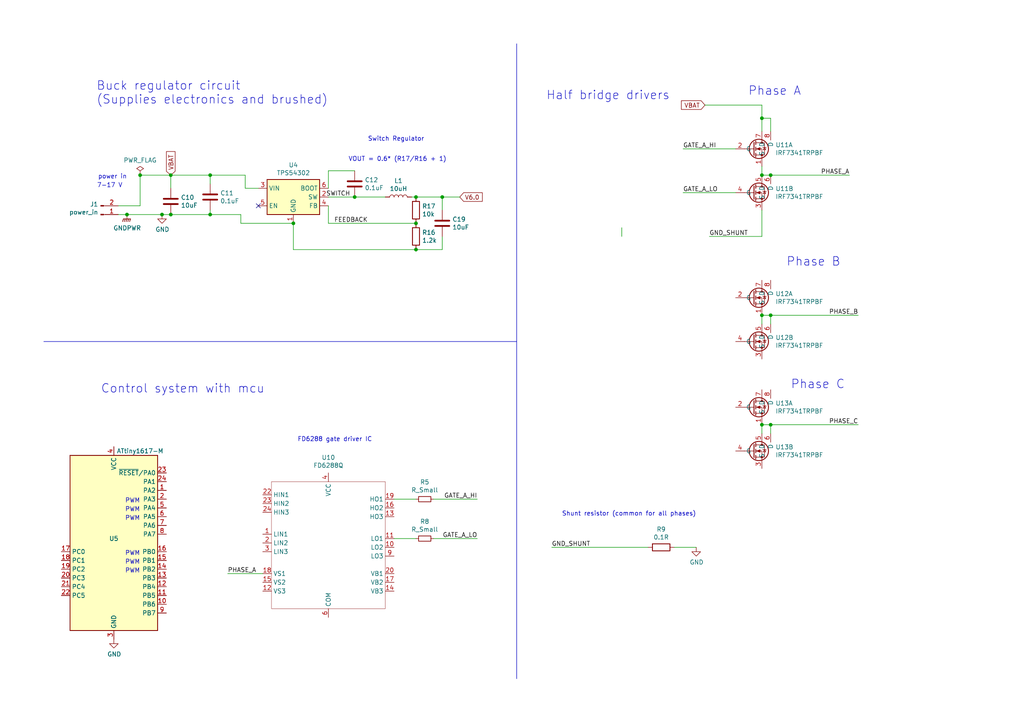
<source format=kicad_sch>
(kicad_sch (version 20200714) (host eeschema "5.99.0-unknown-9f20c61~102~ubuntu18.04.1")
  (page 2 2)
  (paper "A4")
  (title_block (title "Brushless Drivers") (date "2020-08-01") (company "Mark Robson"))
  (lib_symbols
    (symbol "Connector:Conn_01x02_Male" (pin_names hide)
      (property "Reference" "J" (at 0 2.54 0))
      (property "Value" "Conn_01x02_Male" (at 0 -5.08 0))
      (symbol "Conn_01x02_Male_1_1"
        (rectangle (start 0.8636 -2.413) (end 0 -2.667) (fill (type outline)))
        (rectangle (start 0.8636 0.127) (end 0 -0.127) (fill (type outline)))
        (polyline (pts (xy 1.27 -2.54) (xy 0.8636 -2.54)))
        (polyline (pts (xy 1.27 0) (xy 0.8636 0)))
        (pin passive line (at 5.08 0 180) (length 3.81) (name "Pin_1") (number "1"))
        (pin passive line (at 5.08 -2.54 180) (length 3.81) (name "Pin_2") (number "2"))
      )
    )
    (symbol "Device:C" (pin_numbers hide) (pin_names (offset 0.254))
      (property "Reference" "C" (at 0.635 2.54 0))
      (property "Value" "C" (at 0.635 -2.54 0))
      (symbol "C_0_1"
        (polyline (pts (xy -2.032 -0.762) (xy 2.032 -0.762)) (stroke (width 0.508)))
        (polyline (pts (xy -2.032 0.762) (xy 2.032 0.762)) (stroke (width 0.508)))
      )
      (symbol "C_1_1"
        (pin passive line (at 0 3.81 270) (length 2.794) (name "~") (number "1"))
        (pin passive line (at 0 -3.81 90) (length 2.794) (name "~") (number "2"))
      )
    )
    (symbol "Device:C_1" (pin_numbers hide) (pin_names (offset 0.254))
      (property "Reference" "C" (at 0.635 2.54 0))
      (property "Value" "C" (at 0.635 -2.54 0))
      (symbol "C_1_0_1"
        (polyline (pts (xy -2.032 -0.762) (xy 2.032 -0.762)) (stroke (width 0.508)))
        (polyline (pts (xy -2.032 0.762) (xy 2.032 0.762)) (stroke (width 0.508)))
      )
      (symbol "C_1_1_1"
        (pin passive line (at 0 3.81 270) (length 2.794) (name "~") (number "1"))
        (pin passive line (at 0 -3.81 90) (length 2.794) (name "~") (number "2"))
      )
    )
    (symbol "Device:C_2" (pin_numbers hide) (pin_names (offset 0.254))
      (property "Reference" "C" (at 0.635 2.54 0))
      (property "Value" "C" (at 0.635 -2.54 0))
      (symbol "C_2_0_1"
        (polyline (pts (xy -2.032 -0.762) (xy 2.032 -0.762)) (stroke (width 0.508)))
        (polyline (pts (xy -2.032 0.762) (xy 2.032 0.762)) (stroke (width 0.508)))
      )
      (symbol "C_2_1_1"
        (pin passive line (at 0 3.81 270) (length 2.794) (name "~") (number "1"))
        (pin passive line (at 0 -3.81 90) (length 2.794) (name "~") (number "2"))
      )
    )
    (symbol "Device:L" (pin_numbers hide) (pin_names hide)
      (property "Reference" "L" (at -1.27 0 90))
      (property "Value" "L" (at 1.905 0 90))
      (symbol "L_0_1"
        (arc (start 0 -2.54) (end 0 -1.27) (radius (at 0 -1.905) (length 0.635) (angles -89.9 89.9)))
        (arc (start 0 -1.27) (end 0 0) (radius (at 0 -0.635) (length 0.635) (angles -89.9 89.9)))
        (arc (start 0 0) (end 0 1.27) (radius (at 0 0.635) (length 0.635) (angles -89.9 89.9)))
        (arc (start 0 1.27) (end 0 2.54) (radius (at 0 1.905) (length 0.635) (angles -89.9 89.9)))
      )
      (symbol "L_1_1"
        (pin passive line (at 0 3.81 270) (length 1.27) (name "1") (number "1"))
        (pin passive line (at 0 -3.81 90) (length 1.27) (name "2") (number "2"))
      )
    )
    (symbol "Device:R" (pin_numbers hide) (pin_names (offset 0))
      (property "Reference" "R" (at 2.032 0 90))
      (property "Value" "R" (at 0 0 90))
      (symbol "R_0_1"
        (rectangle (start -1.016 -2.54) (end 1.016 2.54) (stroke (width 0.254)))
      )
      (symbol "R_1_1"
        (pin passive line (at 0 3.81 270) (length 1.27) (name "~") (number "1"))
        (pin passive line (at 0 -3.81 90) (length 1.27) (name "~") (number "2"))
      )
    )
    (symbol "Device:R_7" (pin_numbers hide) (pin_names (offset 0))
      (property "Reference" "R" (at 2.032 0 90))
      (property "Value" "R" (at 0 0 90))
      (symbol "R_7_0_1"
        (rectangle (start -1.016 -2.54) (end 1.016 2.54) (stroke (width 0.254)))
      )
      (symbol "R_7_1_1"
        (pin passive line (at 0 3.81 270) (length 1.27) (name "~") (number "1"))
        (pin passive line (at 0 -3.81 90) (length 1.27) (name "~") (number "2"))
      )
    )
    (symbol "Device:R_8" (pin_numbers hide) (pin_names (offset 0))
      (property "Reference" "R" (at 2.032 0 90))
      (property "Value" "R" (at 0 0 90))
      (symbol "R_8_0_1"
        (rectangle (start -1.016 -2.54) (end 1.016 2.54) (stroke (width 0.254)))
      )
      (symbol "R_8_1_1"
        (pin passive line (at 0 3.81 270) (length 1.27) (name "~") (number "1"))
        (pin passive line (at 0 -3.81 90) (length 1.27) (name "~") (number "2"))
      )
    )
    (symbol "Device:R_Small" (pin_numbers hide) (pin_names (offset 0.254) hide)
      (property "Reference" "R" (at 0.762 0.508 0))
      (property "Value" "R_Small" (at 0.762 -1.016 0))
      (symbol "R_Small_0_1"
        (rectangle (start -0.762 1.778) (end 0.762 -1.778) (stroke (width 0.2032)))
      )
      (symbol "R_Small_1_1"
        (pin passive line (at 0 2.54 270) (length 0.762) (name "~") (number "1"))
        (pin passive line (at 0 -2.54 90) (length 0.762) (name "~") (number "2"))
      )
    )
    (symbol "MCU_Microchip_ATtiny:ATtiny1617-M" (pin_names (offset 0.508))
      (property "Reference" "U" (at -12.7 26.67 0))
      (property "Value" "ATtiny1617-M" (at 2.54 -26.67 0))
      (symbol "ATtiny1617-M_0_1"
        (rectangle (start -12.7 -25.4) (end 12.7 25.4) (stroke (width 0.254)) (fill (type background)))
      )
      (symbol "ATtiny1617-M_1_1"
        (pin bidirectional line (at 15.24 15.24 180) (length 2.54) (name "PA2") (number "1"))
        (pin bidirectional line (at 15.24 -17.78 180) (length 2.54) (name "PB6") (number "10"))
        (pin bidirectional line (at 15.24 -15.24 180) (length 2.54) (name "PB5") (number "11"))
        (pin bidirectional line (at 15.24 -12.7 180) (length 2.54) (name "PB4") (number "12"))
        (pin bidirectional line (at 15.24 -10.16 180) (length 2.54) (name "PB3") (number "13"))
        (pin bidirectional line (at 15.24 -7.62 180) (length 2.54) (name "PB2") (number "14"))
        (pin bidirectional line (at 15.24 -5.08 180) (length 2.54) (name "PB1") (number "15"))
        (pin bidirectional line (at 15.24 -2.54 180) (length 2.54) (name "PB0") (number "16"))
        (pin bidirectional line (at -15.24 -2.54 0) (length 2.54) (name "PC0") (number "17"))
        (pin bidirectional line (at -15.24 -5.08 0) (length 2.54) (name "PC1") (number "18"))
        (pin bidirectional line (at -15.24 -7.62 0) (length 2.54) (name "PC2") (number "19"))
        (pin bidirectional line (at 15.24 12.7 180) (length 2.54) (name "PA3") (number "2"))
        (pin bidirectional line (at -15.24 -10.16 0) (length 2.54) (name "PC3") (number "20"))
        (pin bidirectional line (at -15.24 -12.7 0) (length 2.54) (name "PC4") (number "21"))
        (pin bidirectional line (at -15.24 -15.24 0) (length 2.54) (name "PC5") (number "22"))
        (pin bidirectional line (at 15.24 20.32 180) (length 2.54) (name "~RESET~/PA0") (number "23"))
        (pin bidirectional line (at 15.24 17.78 180) (length 2.54) (name "PA1") (number "24"))
        (pin passive line (at 0 -27.94 90) (length 2.54) hide (name "GND") (number "25"))
        (pin power_in line (at 0 -27.94 90) (length 2.54) (name "GND") (number "3"))
        (pin power_in line (at 0 27.94 270) (length 2.54) (name "VCC") (number "4"))
        (pin bidirectional line (at 15.24 10.16 180) (length 2.54) (name "PA4") (number "5"))
        (pin bidirectional line (at 15.24 7.62 180) (length 2.54) (name "PA5") (number "6"))
        (pin bidirectional line (at 15.24 5.08 180) (length 2.54) (name "PA6") (number "7"))
        (pin bidirectional line (at 15.24 2.54 180) (length 2.54) (name "PA7") (number "8"))
        (pin bidirectional line (at 15.24 -20.32 180) (length 2.54) (name "PB7") (number "9"))
      )
    )
    (symbol "Regulator_Switching:TPS54302" (pin_names (offset 0.508))
      (property "Reference" "U" (at -7.62 6.35 0))
      (property "Value" "TPS54302" (at 0 6.35 0))
      (symbol "TPS54302_0_1"
        (rectangle (start -7.62 5.08) (end 7.62 -5.08) (stroke (width 0.254)) (fill (type background)))
      )
      (symbol "TPS54302_1_1"
        (pin power_in line (at 0 -7.62 90) (length 2.54) (name "GND") (number "1"))
        (pin power_out line (at 10.16 0 180) (length 2.54) (name "SW") (number "2"))
        (pin power_in line (at -10.16 2.54 0) (length 2.54) (name "VIN") (number "3"))
        (pin input line (at 10.16 -2.54 180) (length 2.54) (name "FB") (number "4"))
        (pin input line (at -10.16 -2.54 0) (length 2.54) (name "EN") (number "5"))
        (pin passive line (at 10.16 2.54 180) (length 2.54) (name "BOOT") (number "6"))
      )
    )
    (symbol "malenki-brushless:FD6288Q"
      (property "Reference" "U" (at 5.08 7.62 0))
      (property "Value" "FD6288Q" (at 8.89 10.16 0))
      (symbol "FD6288Q_0_1"
        (rectangle (start -16.51 12.7) (end 16.51 -24.13) (stroke (width 0.0006)))
      )
      (symbol "FD6288Q_1_1"
        (pin power_in line (at 0 15.24 270) (length 2.54) (name "VCC") (number "4"))
        (pin power_in line (at 0 -26.67 90) (length 2.54) (name "COM") (number "6"))
        (pin input line (at -19.05 8.89 0) (length 2.54) (name "HIN1") (number "22"))
        (pin input line (at -19.05 6.35 0) (length 2.54) (name "HIN2") (number "23"))
        (pin input line (at -19.05 3.81 0) (length 2.54) (name "HIN3") (number "24"))
        (pin input line (at -19.05 -2.54 0) (length 2.54) (name "LIN1") (number "1"))
        (pin input line (at -19.05 -7.62 0) (length 2.54) (name "LIN3") (number "3"))
        (pin input line (at -19.05 -5.08 0) (length 2.54) (name "LIN2") (number "2"))
        (pin output line (at 19.05 7.62 180) (length 2.54) (name "HO1") (number "19"))
        (pin output line (at 19.05 5.08 180) (length 2.54) (name "HO2") (number "16"))
        (pin output line (at 19.05 2.54 180) (length 2.54) (name "HO3") (number "13"))
        (pin output line (at 19.05 -3.81 180) (length 2.54) (name "LO1") (number "11"))
        (pin output line (at 19.05 -6.35 180) (length 2.54) (name "LO2") (number "10"))
        (pin output line (at 19.05 -8.89 180) (length 2.54) (name "LO3") (number "9"))
        (pin input line (at -19.05 -13.97 0) (length 2.54) (name "VS1") (number "18"))
        (pin input line (at -19.05 -16.51 0) (length 2.54) (name "VS2") (number "15"))
        (pin input line (at -19.05 -19.05 0) (length 2.54) (name "VS3") (number "12"))
        (pin passive line (at 19.05 -13.97 180) (length 2.54) (name "VB1") (number "20"))
        (pin passive line (at 19.05 -16.51 180) (length 2.54) (name "VB2") (number "17"))
        (pin passive line (at 19.05 -19.05 180) (length 2.54) (name "VB3") (number "14"))
      )
    )
    (symbol "malenki-brushless:IRF7341TRPBF"
      (property "Reference" "U" (at 2.54 -2.54 0))
      (property "Value" "IRF7341TRPBF" (at 10.16 -1.27 0))
      (symbol "IRF7341TRPBF_0_1"
        (circle (center -0.889 0) (radius 2.794) (stroke (width 0.254)))
        (circle (center 0 -1.778) (radius 0.254) (fill (type outline)))
        (circle (center 0 1.778) (radius 0.254) (fill (type outline)))
        (polyline (pts (xy -2.286 0) (xy -5.08 0)))
        (polyline (pts (xy -2.286 1.905) (xy -2.286 -1.905)) (stroke (width 0.254)))
        (polyline (pts (xy -1.778 -1.27) (xy -1.778 -2.286)) (stroke (width 0.254)))
        (polyline (pts (xy -1.778 0.508) (xy -1.778 -0.508)) (stroke (width 0.254)))
        (polyline (pts (xy -1.778 2.286) (xy -1.778 1.27)) (stroke (width 0.254)))
        (polyline (pts (xy 0 2.54) (xy 0 1.778)))
        (polyline (pts (xy 0 -2.54) (xy 0 0) (xy -1.778 0)))
        (polyline (pts (xy -1.778 -1.778) (xy 0.762 -1.778) (xy 0.762 1.778) (xy -1.778 1.778)))
        (polyline (pts (xy -1.524 0) (xy -0.508 0.381) (xy -0.508 -0.381) (xy -1.524 0)) (fill (type outline)))
        (polyline (pts (xy 0.254 0.508) (xy 0.381 0.381) (xy 1.143 0.381) (xy 1.27 0.254)))
        (polyline (pts (xy 0.762 0.381) (xy 0.381 -0.254) (xy 1.143 -0.254) (xy 0.762 0.381)))
      )
      (symbol "IRF7341TRPBF_1_1"
        (pin passive line (at 0 -5.08 90) (length 2.54) (name "S") (number "1"))
        (pin input line (at -7.62 0 0) (length 2.54) (name "G") (number "2"))
        (pin passive line (at 0 5.08 270) (length 2.54) (name "D") (number "7"))
        (pin passive line (at 2.54 5.08 270) (length 2.54) (name "D") (number "8"))
      )
      (symbol "IRF7341TRPBF_2_1"
        (pin passive line (at 0 5.08 270) (length 2.54) (name "D") (number "5"))
        (pin passive line (at 2.54 5.08 270) (length 2.54) (name "D") (number "6"))
        (pin passive line (at 0 -5.08 90) (length 2.54) (name "S") (number "3"))
        (pin input line (at -7.62 0 0) (length 2.54) (name "G") (number "4"))
      )
    )
    (symbol "power:GND" (power) (pin_names (offset 0))
      (property "Value" "GND" (at 0 -3.81 0))
      (symbol "GND_0_1"
        (polyline (pts (xy 0 0) (xy 0 -1.27) (xy 1.27 -1.27) (xy 0 -2.54) (xy -1.27 -1.27) (xy 0 -1.27)))
      )
      (symbol "GND_1_1"
        (pin power_in line (at 0 0 270) (length 0) hide (name "GND") (number "1"))
      )
    )
    (symbol "power:GNDPWR" (power) (pin_names (offset 0))
      (property "Value" "GNDPWR" (at 0 -3.302 0))
      (symbol "GNDPWR_0_1"
        (polyline (pts (xy 0 -1.27) (xy 0 0)))
        (polyline (pts (xy -1.016 -1.27) (xy -1.27 -2.032) (xy -1.27 -2.032)) (stroke (width 0.2032)))
        (polyline (pts (xy -0.508 -1.27) (xy -0.762 -2.032) (xy -0.762 -2.032)) (stroke (width 0.2032)))
        (polyline (pts (xy 0 -1.27) (xy -0.254 -2.032) (xy -0.254 -2.032)) (stroke (width 0.2032)))
        (polyline (pts (xy 0.508 -1.27) (xy 0.254 -2.032) (xy 0.254 -2.032)) (stroke (width 0.2032)))
        (polyline (pts (xy 1.016 -1.27) (xy -1.016 -1.27) (xy -1.016 -1.27)) (stroke (width 0.2032)))
        (polyline (pts (xy 1.016 -1.27) (xy 0.762 -2.032) (xy 0.762 -2.032) (xy 0.762 -2.032)) (stroke (width 0.2032)))
      )
      (symbol "GNDPWR_1_1"
        (pin power_in line (at 0 0 270) (length 0) hide (name "GNDPWR") (number "1"))
      )
    )
    (symbol "power:PWR_FLAG" (power) (pin_numbers hide) (pin_names (offset 0) hide)
      (property "Value" "PWR_FLAG" (at 0 3.81 0))
      (symbol "PWR_FLAG_0_1"
        (polyline (pts (xy 0 0) (xy 0 1.27) (xy -1.016 1.905) (xy 0 2.54) (xy 1.016 1.905) (xy 0 1.27)))
      )
      (symbol "PWR_FLAG_0_0"
        (pin power_out line (at 0 0 90) (length 0) (name "pwr") (number "1"))
      )
    )
  )
  (junction (at 36.83 62.23))
  (junction (at 40.64 50.8))
  (junction (at 46.99 62.23))
  (junction (at 49.53 50.8))
  (junction (at 49.53 62.23))
  (junction (at 60.96 50.8))
  (junction (at 60.96 62.23))
  (junction (at 85.09 64.77))
  (junction (at 102.87 57.15))
  (junction (at 120.65 57.15))
  (junction (at 120.65 64.77))
  (junction (at 120.65 72.39))
  (junction (at 128.27 57.15))
  (junction (at 220.98 34.29))
  (junction (at 220.98 50.8))
  (junction (at 220.98 91.44))
  (junction (at 220.98 123.19))
  (junction (at 223.52 50.8))
  (junction (at 223.52 91.44))
  (junction (at 223.52 123.19))
  (no_connect (at 74.93 59.69))
  (wire (pts (xy 34.29 59.69) (xy 40.64 59.69)))
  (wire (pts (xy 34.29 62.23) (xy 36.83 62.23)))
  (wire (pts (xy 36.83 62.23) (xy 46.99 62.23)))
  (wire (pts (xy 40.64 50.8) (xy 40.64 59.69)))
  (wire (pts (xy 40.64 50.8) (xy 49.53 50.8)))
  (wire (pts (xy 46.99 62.23) (xy 49.53 62.23)))
  (wire (pts (xy 49.53 50.8) (xy 49.53 54.61)))
  (wire (pts (xy 49.53 50.8) (xy 60.96 50.8)))
  (wire (pts (xy 49.53 62.23) (xy 60.96 62.23)))
  (wire (pts (xy 60.96 50.8) (xy 60.96 53.34)))
  (wire (pts (xy 60.96 50.8) (xy 71.12 50.8)))
  (wire (pts (xy 60.96 60.96) (xy 60.96 62.23)))
  (wire (pts (xy 60.96 62.23) (xy 69.85 62.23)))
  (wire (pts (xy 66.04 166.37) (xy 76.2 166.37)))
  (wire (pts (xy 69.85 62.23) (xy 69.85 64.77)))
  (wire (pts (xy 69.85 64.77) (xy 85.09 64.77)))
  (wire (pts (xy 71.12 50.8) (xy 71.12 54.61)))
  (wire (pts (xy 71.12 54.61) (xy 74.93 54.61)))
  (wire (pts (xy 85.09 64.77) (xy 85.09 72.39)))
  (wire (pts (xy 85.09 72.39) (xy 120.65 72.39)))
  (wire (pts (xy 95.25 49.53) (xy 102.87 49.53)))
  (wire (pts (xy 95.25 54.61) (xy 95.25 49.53)))
  (wire (pts (xy 95.25 57.15) (xy 102.87 57.15)))
  (wire (pts (xy 95.25 59.69) (xy 95.25 64.77)))
  (wire (pts (xy 95.25 64.77) (xy 120.65 64.77)))
  (wire (pts (xy 102.87 57.15) (xy 111.76 57.15)))
  (wire (pts (xy 114.3 144.78) (xy 120.65 144.78)))
  (wire (pts (xy 114.3 156.21) (xy 120.65 156.21)))
  (wire (pts (xy 119.38 57.15) (xy 120.65 57.15)))
  (wire (pts (xy 120.65 57.15) (xy 128.27 57.15)))
  (wire (pts (xy 125.73 144.78) (xy 138.43 144.78)))
  (wire (pts (xy 125.73 156.21) (xy 138.43 156.21)))
  (wire (pts (xy 128.27 57.15) (xy 128.27 60.96)))
  (wire (pts (xy 128.27 57.15) (xy 133.35 57.15)))
  (wire (pts (xy 128.27 68.58) (xy 128.27 72.39)))
  (wire (pts (xy 128.27 72.39) (xy 120.65 72.39)))
  (wire (pts (xy 160.02 158.75) (xy 187.96 158.75)))
  (wire (pts (xy 180.34 66.04) (xy 180.34 68.58)))
  (wire (pts (xy 195.58 158.75) (xy 201.93 158.75)))
  (wire (pts (xy 198.12 43.18) (xy 213.36 43.18)))
  (wire (pts (xy 198.12 55.88) (xy 213.36 55.88)))
  (wire (pts (xy 204.47 30.48) (xy 220.98 30.48)))
  (wire (pts (xy 205.74 68.58) (xy 220.98 68.58)))
  (wire (pts (xy 220.98 34.29) (xy 220.98 30.48)))
  (wire (pts (xy 220.98 34.29) (xy 220.98 38.1)))
  (wire (pts (xy 220.98 48.26) (xy 220.98 50.8)))
  (wire (pts (xy 220.98 50.8) (xy 223.52 50.8)))
  (wire (pts (xy 220.98 60.96) (xy 220.98 68.58)))
  (wire (pts (xy 220.98 91.44) (xy 220.98 93.98)))
  (wire (pts (xy 220.98 91.44) (xy 223.52 91.44)))
  (wire (pts (xy 220.98 123.19) (xy 220.98 125.73)))
  (wire (pts (xy 223.52 34.29) (xy 220.98 34.29)))
  (wire (pts (xy 223.52 38.1) (xy 223.52 34.29)))
  (wire (pts (xy 223.52 50.8) (xy 246.38 50.8)))
  (wire (pts (xy 223.52 91.44) (xy 248.92 91.44)))
  (wire (pts (xy 223.52 93.98) (xy 223.52 91.44)))
  (wire (pts (xy 223.52 123.19) (xy 220.98 123.19)))
  (wire (pts (xy 223.52 123.19) (xy 248.92 123.19)))
  (wire (pts (xy 223.52 125.73) (xy 223.52 123.19)))
  (polyline (pts (xy 12.7 99.06) (xy 149.86 99.06)) (stroke (width 0) (type solid)))
  (polyline (pts (xy 149.86 12.7) (xy 149.86 196.85)) (stroke (width 0) (type solid)))
  (text "Buck regulator circuit\n(Supplies electronics and brushed)" (at 27.94 30.48 0) (effects (font (size 2.5 2.5)) (justify left bottom)))
  (text "Control system with mcu" (at 29.21 114.3 0) (effects (font (size 2.5 2.5)) (justify left bottom)))
  (text "7-17 V" (at 35.56 54.61 180) (effects (font (size 1.27 1.27)) (justify right bottom)))
  (text "power in" (at 36.83 52.07 180) (effects (font (size 1.27 1.27)) (justify right bottom)))
  (text "PWM" (at 40.64 146.05 180) (effects (font (size 1.27 1.27)) (justify right bottom)))
  (text "PWM" (at 40.64 148.59 180) (effects (font (size 1.27 1.27)) (justify right bottom)))
  (text "PWM" (at 40.64 151.13 180) (effects (font (size 1.27 1.27)) (justify right bottom)))
  (text "PWM" (at 40.64 161.29 180) (effects (font (size 1.27 1.27)) (justify right bottom)))
  (text "PWM" (at 40.64 163.83 180) (effects (font (size 1.27 1.27)) (justify right bottom)))
  (text "PWM" (at 40.64 166.37 180) (effects (font (size 1.27 1.27)) (justify right bottom)))
  (text "Switch Regulator\n\n" (at 106.68 43.18 0) (effects (font (size 1.27 1.27)) (justify left bottom)))
  (text "FD6288 gate driver IC" (at 107.95 128.27 180) (effects (font (size 1.27 1.27)) (justify right bottom)))
  (text "VOUT = 0.6* (R17/R16 + 1)" (at 129.54 46.99 180) (effects (font (size 1.27 1.27)) (justify right bottom)))
  (text "Half bridge drivers" (at 194.31 29.21 180) (effects (font (size 2.5 2.5)) (justify right bottom)))
  (text "Shunt resistor (common for all phases)" (at 201.93 149.86 180) (effects (font (size 1.27 1.27)) (justify right bottom)))
  (text "Phase A" (at 232.41 27.94 180) (effects (font (size 2.5 2.5)) (justify right bottom)))
  (text "Phase B" (at 243.84 77.47 180) (effects (font (size 2.5 2.5)) (justify right bottom)))
  (text "Phase C\n" (at 245.11 113.03 180) (effects (font (size 2.5 2.5)) (justify right bottom)))
  (label "PHASE_A" (at 66.04 166.37 0))
  (label "SWITCH" (at 101.6 57.15 180))
  (label "FEEDBACK" (at 106.68 64.77 180))
  (label "GATE_A_HI" (at 138.43 144.78 180))
  (label "GATE_A_LO" (at 138.43 156.21 180))
  (label "GND_SHUNT" (at 160.02 158.75 0))
  (label "GATE_A_HI" (at 198.12 43.18 0))
  (label "GATE_A_LO" (at 198.12 55.88 0))
  (label "GND_SHUNT" (at 205.74 68.58 0))
  (label "PHASE_A" (at 246.38 50.8 180))
  (label "PHASE_B" (at 248.92 91.44 180))
  (label "PHASE_C" (at 248.92 123.19 180))
  (global_label "VBAT" (shape input) (at 49.53 50.8 90))
  (global_label "V6.0" (shape input) (at 133.35 57.15 0))
  (global_label "VBAT" (shape input) (at 204.47 30.48 180))
  (symbol (lib_id "power:PWR_FLAG") (at 40.64 50.8 0) (unit 1)
    (property "Reference" "#FLG0103" (effects hide))
    (property "Value" "PWR_FLAG" (at 40.64 46.4756 0))
  )
  (symbol (lib_id "power:GNDPWR") (at 36.83 62.23 0) (unit 1)
    (property "Reference" "#PWR0106" (effects hide))
    (property "Value" "GNDPWR" (at 36.8935 66.148 0))
  )
  (symbol (lib_id "Device:L") (at 115.57 57.15 90) (unit 1)
    (property "Reference" "L1" (at 115.57 52.4318 90))
    (property "Value" "10uH" (at 115.57 54.731 90))
    (property "Footprint" "Inductor_SMD:L_6.3x6.3_H3" (effects hide))
  )
  (symbol (lib_id "power:GND") (at 33.02 185.42 0) (unit 1)
    (property "Reference" "#PWR09" (effects hide))
    (property "Value" "GND" (at 33.1343 189.7444 0))
  )
  (symbol (lib_id "power:GND") (at 46.99 62.23 0) (unit 1)
    (property "Reference" "#PWR0105" (effects hide))
    (property "Value" "GND" (at 47.1043 66.5544 0))
  )
  (symbol (lib_id "power:GND") (at 201.93 158.75 0) (unit 1)
    (property "Reference" "#PWR08" (effects hide))
    (property "Value" "GND" (at 202.0443 163.0744 0))
  )
  (symbol (lib_id "Device:R_Small") (at 123.19 144.78 90) (unit 1)
    (property "Reference" "R5" (at 123.19 139.8332 90))
    (property "Value" "R_Small" (at 123.19 142.1319 90))
    (property "Footprint" "Resistor_SMD:R_0603_1608Metric" (effects hide))
  )
  (symbol (lib_id "Device:R_Small") (at 123.19 156.21 90) (unit 1)
    (property "Reference" "R8" (at 123.19 151.2632 90))
    (property "Value" "R_Small" (at 123.19 153.5619 90))
    (property "Footprint" "Resistor_SMD:R_0603_1608Metric" (effects hide))
  )
  (symbol (lib_name "Device:R_7") (lib_id "Device:R") (at 120.65 60.96 0) (unit 1)
    (property "Reference" "R17" (at 122.428 59.811 0) (effects (justify left)))
    (property "Value" "10k" (at 122.428 62.109 0) (effects (justify left)))
    (property "Footprint" "Resistor_SMD:R_0805_2012Metric" (effects hide))
  )
  (symbol (lib_name "Device:R_8") (lib_id "Device:R") (at 120.65 68.58 0) (unit 1)
    (property "Reference" "R16" (at 122.428 67.431 0) (effects (justify left)))
    (property "Value" "1.2k" (at 122.428 69.729 0) (effects (justify left)))
    (property "Footprint" "Resistor_SMD:R_0805_2012Metric" (effects hide))
  )
  (symbol (lib_id "Device:R") (at 191.77 158.75 90) (unit 1)
    (property "Reference" "R9" (at 191.77 153.5238 90))
    (property "Value" "0.1R" (at 191.77 155.8225 90))
    (property "Footprint" "Resistor_SMD:R_1218_3246Metric" (effects hide))
  )
  (symbol (lib_id "Connector:Conn_01x02_Male") (at 29.21 62.23 0) (mirror x) (unit 1)
    (property "Reference" "J1" (at 28.4987 59.2518 0) (effects (justify right)))
    (property "Value" "power_in" (at 28.499 61.55 0) (effects (justify right)))
    (property "Footprint" "Connector_Wire:SolderWirePad_1x02_P7.62mm_Drill2mm" (effects hide))
  )
  (symbol (lib_id "Device:C") (at 49.53 58.42 0) (unit 1)
    (property "Reference" "C10" (at 52.451 57.271 0) (effects (justify left)))
    (property "Value" "10uF" (at 52.4511 59.5693 0) (effects (justify left)))
    (property "Footprint" "Capacitor_SMD:C_1210_3225Metric" (effects hide))
  )
  (symbol (lib_name "Device:C_1") (lib_id "Device:C") (at 60.96 57.15 0) (unit 1)
    (property "Reference" "C11" (at 63.881 56.001 0) (effects (justify left)))
    (property "Value" "0.1uF" (at 63.8811 58.2993 0) (effects (justify left)))
    (property "Footprint" "Capacitor_SMD:C_1206_3216Metric" (effects hide))
  )
  (symbol (lib_name "Device:C_2") (lib_id "Device:C") (at 102.87 53.34 0) (unit 1)
    (property "Reference" "C12" (at 105.791 52.191 0) (effects (justify left)))
    (property "Value" "0.1uF" (at 105.7911 54.4893 0) (effects (justify left)))
    (property "Footprint" "Capacitor_SMD:C_1206_3216Metric" (effects hide))
  )
  (symbol (lib_id "Device:C") (at 128.27 64.77 0) (unit 1)
    (property "Reference" "C19" (at 131.191 63.621 0) (effects (justify left)))
    (property "Value" "10uF" (at 131.1911 65.9193 0) (effects (justify left)))
    (property "Footprint" "Capacitor_SMD:C_1210_3225Metric" (effects hide))
  )
  (symbol (lib_id "malenki-brushless:IRF7341TRPBF") (at 220.98 43.18 0) (unit 1)
    (property "Reference" "U11" (at 224.904 42.031 0) (effects (justify left)))
    (property "Value" "IRF7341TRPBF" (at 224.9043 44.3293 0) (effects (justify left)))
    (property "Footprint" "Package_SO:SOIC-8_3.9x4.9mm_P1.27mm" (effects hide))
  )
  (symbol (lib_id "malenki-brushless:IRF7341TRPBF") (at 220.98 55.88 0) (unit 2)
    (property "Reference" "U11" (at 224.9043 54.7306 0) (effects (justify left)))
    (property "Value" "IRF7341TRPBF" (at 224.9043 57.0293 0) (effects (justify left)))
    (property "Footprint" "Package_SO:SOIC-8_3.9x4.9mm_P1.27mm" (effects hide))
  )
  (symbol (lib_id "malenki-brushless:IRF7341TRPBF") (at 220.98 86.36 0) (unit 1)
    (property "Reference" "U12" (at 224.904 85.211 0) (effects (justify left)))
    (property "Value" "IRF7341TRPBF" (at 224.9043 87.5093 0) (effects (justify left)))
    (property "Footprint" "Package_SO:SOIC-8_3.9x4.9mm_P1.27mm" (effects hide))
  )
  (symbol (lib_id "malenki-brushless:IRF7341TRPBF") (at 220.98 99.06 0) (unit 2)
    (property "Reference" "U12" (at 224.9043 97.9106 0) (effects (justify left)))
    (property "Value" "IRF7341TRPBF" (at 224.9043 100.2093 0) (effects (justify left)))
    (property "Footprint" "Package_SO:SOIC-8_3.9x4.9mm_P1.27mm" (effects hide))
  )
  (symbol (lib_id "malenki-brushless:IRF7341TRPBF") (at 220.98 118.11 0) (unit 1)
    (property "Reference" "U13" (at 224.904 116.961 0) (effects (justify left)))
    (property "Value" "IRF7341TRPBF" (at 224.9043 119.2593 0) (effects (justify left)))
    (property "Footprint" "Package_SO:SOIC-8_3.9x4.9mm_P1.27mm" (effects hide))
  )
  (symbol (lib_id "malenki-brushless:IRF7341TRPBF") (at 220.98 130.81 0) (unit 2)
    (property "Reference" "U13" (at 224.9043 129.6606 0) (effects (justify left)))
    (property "Value" "IRF7341TRPBF" (at 224.9043 131.9593 0) (effects (justify left)))
    (property "Footprint" "Package_SO:SOIC-8_3.9x4.9mm_P1.27mm" (effects hide))
  )
  (symbol (lib_id "Regulator_Switching:TPS54302") (at 85.09 57.15 0) (unit 1)
    (property "Reference" "U4" (at 85.09 47.86 0))
    (property "Value" "TPS54302" (at 85.09 50.1585 0))
    (property "Footprint" "Package_TO_SOT_SMD:SOT-23-6" (effects hide))
    (property "Datasheet" "http://www.ti.com/lit/ds/symlink/tps54302.pdf" (effects hide))
  )
  (symbol (lib_id "malenki-brushless:FD6288Q") (at 95.25 152.4 0) (unit 1)
    (property "Reference" "U10" (at 95.25 132.6958 0))
    (property "Value" "FD6288Q" (at 95.25 134.9945 0))
    (property "Footprint" "Package_DFN_QFN:QFN-24-1EP_4x4mm_P0.5mm_EP2.65x2.65mm" (effects hide))
    (property "Datasheet" "https://datasheet.lcsc.com/szlcsc/1811131655_Fortior-Tech-FD6288Q_C328453.pdf" (effects hide))
  )
  (symbol (lib_id "MCU_Microchip_ATtiny:ATtiny1617-M") (at 33.02 157.48 0) (unit 1)
    (property "Reference" "U5" (at 33.02 156.21 0))
    (property "Value" "ATtiny1617-M" (at 40.64 130.81 0))
    (property "Footprint" "malenki-nano:qfn24-hand1" (effects hide))
    (property "Partnum" "C194193" (effects hide))
    (property "LCSC" "C194193" (effects hide))
  )
)
</source>
